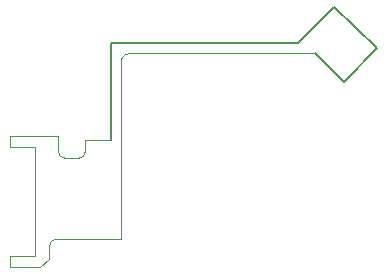
<source format=gbr>
%TF.GenerationSoftware,KiCad,Pcbnew,(6.0.8)*%
%TF.CreationDate,2022-11-07T16:33:32-05:00*%
%TF.ProjectId,3-input-or-gate,332d696e-7075-4742-9d6f-722d67617465,rev?*%
%TF.SameCoordinates,Original*%
%TF.FileFunction,Profile,NP*%
%FSLAX46Y46*%
G04 Gerber Fmt 4.6, Leading zero omitted, Abs format (unit mm)*
G04 Created by KiCad (PCBNEW (6.0.8)) date 2022-11-07 16:33:32*
%MOMM*%
%LPD*%
G01*
G04 APERTURE LIST*
%TA.AperFunction,Profile*%
%ADD10C,0.100000*%
%TD*%
%TA.AperFunction,Profile*%
%ADD11C,0.083820*%
%TD*%
%TA.AperFunction,Profile*%
%ADD12C,0.150000*%
%TD*%
%TA.AperFunction,Profile*%
%ADD13C,0.088900*%
%TD*%
G04 APERTURE END LIST*
D10*
X144760000Y-102420000D02*
X142200000Y-102420000D01*
X144760000Y-102420000D02*
X145550000Y-101730000D01*
X148590000Y-92690000D02*
X148590000Y-91694000D01*
X168030000Y-84328000D02*
X152400000Y-84328000D01*
D11*
X146109999Y-100079981D02*
G75*
G03*
X145560000Y-100740000I15901J-572419D01*
G01*
D10*
X151638000Y-84836000D02*
X151638000Y-100076000D01*
D12*
X169625000Y-80425000D02*
X173300000Y-83850000D01*
X173300000Y-83850000D02*
X170450000Y-86750000D01*
D13*
X146790000Y-93218000D02*
X148060000Y-93218000D01*
D10*
X146304000Y-91390000D02*
X146304000Y-92700000D01*
D12*
X166575000Y-83425000D02*
X169625000Y-80425000D01*
D10*
X151638000Y-100076000D02*
X146110000Y-100080000D01*
X142200000Y-91380000D02*
X146300000Y-91380000D01*
X145550000Y-100730000D02*
X145550000Y-101730000D01*
D12*
X150775000Y-83425000D02*
X166575000Y-83425000D01*
D10*
X144300000Y-101500000D02*
X144300000Y-92300000D01*
X144300000Y-92300000D02*
X142200000Y-92300000D01*
X142197000Y-101500000D02*
X144300000Y-101500000D01*
X148590000Y-91694000D02*
X150775000Y-91694000D01*
D12*
X170450000Y-86750000D02*
X168050000Y-84340000D01*
D10*
X142200000Y-102420000D02*
X142197000Y-101500000D01*
X142200000Y-92300000D02*
X142200000Y-91400000D01*
D13*
X147959999Y-93220008D02*
G75*
G03*
X148592006Y-92650000I69601J558208D01*
G01*
D12*
X150775000Y-91670000D02*
X150775000Y-83425000D01*
D13*
X146309983Y-92539996D02*
G75*
G03*
X146880000Y-93220000I554017J-114504D01*
G01*
D10*
X152400000Y-84328000D02*
G75*
G03*
X151638000Y-84836000I-9200J-811700D01*
G01*
M02*

</source>
